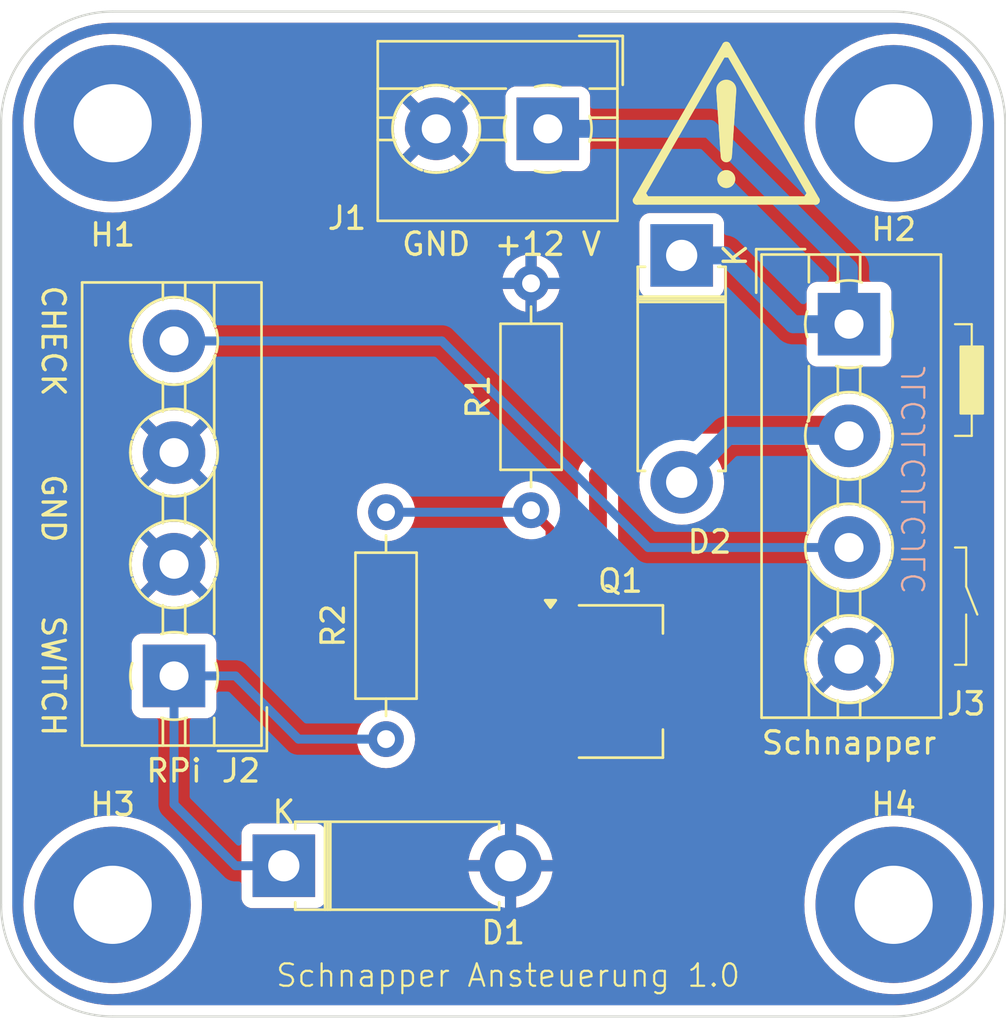
<source format=kicad_pcb>
(kicad_pcb (version 20240108) (generator "pcbnew") (generator_version "8.0")
  (title_block (title "Schnapper Ansteuerung") (date "2024-12-08") (rev "1.0") (company "jdav Freiburg") (comment 1 "Andreas Philipp"))
  (layers (0 "F.Cu" signal) (31 "B.Cu" signal) (34 "B.Paste" user) (35 "F.Paste" user) (36 "B.SilkS" user "B.Silkscreen") (37 "F.SilkS" user "F.Silkscreen") (38 "B.Mask" user) (39 "F.Mask" user) (44 "Edge.Cuts" user))
  (net 0 "")
  (net 1 "GND")
  (net 2 "/SWITCH")
  (net 3 "+12V")
  (net 4 "/BSP_DRAIN")
  (net 5 "/CHECK")
  (net 6 "Net-(Q1-G)")
  (footprint "Resistor_THT:R_Axial_DIN0207_L6.3mm_D2.5mm_P10.16mm_Horizontal" (layer "F.Cu") (at 140.5 101.08 90)
    (property "Reference" "R2" (at 5.08 -2.37 90) (layer "F.SilkS"))
    (property "Value" "100")
    (fp_line (start 8.35 -1.37) (end 1.81 -1.37) (stroke (width 0.12)) (layer "F.SilkS"))
    (fp_line (start 1.81 -1.37) (end 1.81 1.37) (stroke (width 0.12)) (layer "F.SilkS"))
    (fp_line (start 9.12 0) (end 8.35 0) (stroke (width 0.12)) (layer "F.SilkS"))
    (fp_line (start 1.04 0) (end 1.81 0) (stroke (width 0.12)) (layer "F.SilkS"))
    (fp_line (start 8.35 1.37) (end 8.35 -1.37) (stroke (width 0.12)) (layer "F.SilkS"))
    (fp_line (start 1.81 1.37) (end 8.35 1.37) (stroke (width 0.12)) (layer "F.SilkS"))
    (pad "1" thru_hole circle (at 0 0 90) (size 1.6 1.6) (drill 0.8) (layers "*.Cu" "*.Mask") (net 2 "/SWITCH"))
    (pad "2" thru_hole oval (at 10.16 0 90) (size 1.6 1.6) (drill 0.8) (layers "*.Cu" "*.Mask") (net 6 "Net-(Q1-G)"))
  )
  (footprint "MountingHole:MountingHole_3.5mm_Pad" (layer "F.Cu") (at 163.25 108.5)
    (property "Reference" "H4" (at 0 -4.5 0) (layer "F.SilkS"))
    (property "Value" "H4")
    (pad "1" thru_hole circle (at 0 0) (size 7 7) (drill 3.5) (layers "*.Cu" "*.Mask"))
  )
  (footprint "MountingHole:MountingHole_3.5mm_Pad" (layer "F.Cu") (at 128.25 73.5)
    (property "Reference" "H1" (at 0 5 0) (layer "F.SilkS"))
    (property "Value" "H1")
    (pad "1" thru_hole circle (at 0 0) (size 7 7) (drill 3.5) (layers "*.Cu" "*.Mask"))
  )
  (footprint "TerminalBlock:TerminalBlock_MaiXu_MX126-5.0-04P_1x04_P5.00mm" (layer "F.Cu") (at 161.25 82.5 -90)
    (property "Reference" "J3" (at 17 -5.25 360) (layer "F.SilkS"))
    (property "Value" "Schnapper" (at 18.75 0 180) (layer "F.SilkS"))
    (fp_line (start -3.36 4.16) (end -1.41 4.16) (stroke (width 0.12)) (layer "F.SilkS"))
    (fp_line (start -3.12 3.92) (end 17.62 3.92) (stroke (width 0.12)) (layer "F.SilkS"))
    (fp_line (start -3.36 1.97) (end -3.36 4.16) (stroke (width 0.12)) (layer "F.SilkS"))
    (fp_line (start -3.12 1.8) (end -1.88 1.8) (stroke (width 0.12)) (layer "F.SilkS"))
    (fp_line (start 1.88 1.8) (end 4.331 1.8) (stroke (width 0.12)) (layer "F.SilkS"))
    (fp_line (start 5.67 1.8) (end 9.331 1.8) (stroke (width 0.12)) (layer "F.SilkS"))
    (fp_line (start 10.67 1.8) (end 14.331 1.8) (stroke (width 0.12)) (layer "F.SilkS"))
    (fp_line (start 15.67 1.8) (end 17.62 1.8) (stroke (width 0.12)) (layer "F.SilkS"))
    (fp_line (start 3.514 1.248) (end 3.514 1.248) (stroke (width 0.12)) (layer "F.SilkS"))
    (fp_line (start 8.514 1.248) (end 8.514 1.248) (stroke (width 0.12)) (layer "F.SilkS"))
    (fp_line (start 13.514 1.248) (end 13.514 1.248) (stroke (width 0.12)) (layer "F.SilkS"))
    (fp_line (start -3.12 0.5) (end -1.88 0.5) (stroke (width 0.12)) (layer "F.SilkS"))
    (fp_line (start 1.88 0.5) (end 3.165 0.5) (stroke (width 0.12)) (layer "F.SilkS"))
    (fp_line (start 6.836 0.5) (end 8.165 0.5) (stroke (width 0.12)) (layer "F.SilkS"))
    (fp_line (start 11.836 0.5) (end 13.165 0.5) (stroke (width 0.12)) (layer "F.SilkS"))
    (fp_line (start 16.836 0.5) (end 17.62 0.5) (stroke (width 0.12)) (layer "F.SilkS"))
    (fp_line (start -3.12 -0.5) (end -1.88 -0.5) (stroke (width 0.12)) (layer "F.SilkS"))
    (fp_line (start 1.88 -0.5) (end 3.165 -0.5) (stroke (width 0.12)) (layer "F.SilkS"))
    (fp_line (start 6.836 -0.5) (end 8.165 -0.5) (stroke (width 0.12)) (layer "F.SilkS"))
    (fp_line (start 11.836 -0.5) (end 13.165 -0.5) (stroke (width 0.12)) (layer "F.SilkS"))
    (fp_line (start 16.836 -0.5) (end 17.62 -0.5) (stroke (width 0.12)) (layer "F.SilkS"))
    (fp_line (start 6.487 -1.248) (end 6.487 -1.248) (stroke (width 0.12)) (layer "F.SilkS"))
    (fp_line (start 11.487 -1.248) (end 11.487 -1.248) (stroke (width 0.12)) (layer "F.SilkS"))
    (fp_line (start 16.487 -1.248) (end 16.487 -1.248) (stroke (width 0.12)) (layer "F.SilkS"))
    (fp_line (start -3.12 -4.12) (end -3.12 3.92) (stroke (width 0.12)) (layer "F.SilkS"))
    (fp_line (start -3.12 -4.12) (end 17.62 -4.12) (stroke (width 0.12)) (layer "F.SilkS"))
    (fp_line (start 17.62 -4.12) (end 17.62 3.92) (stroke (width 0.12)) (layer "F.SilkS"))
    (fp_arc (start 5.000479 1.960685) (mid 4.744554 1.943974) (end 4.493 1.894) (stroke (width 0.12)) (layer "F.SilkS"))
    (fp_arc (start 10.000479 1.960685) (mid 9.744554 1.943974) (end 9.493 1.894) (stroke (width 0.12)) (layer "F.SilkS"))
    (fp_arc (start 15.000479 1.960685) (mid 14.744554 1.943974) (end 14.493 1.894) (stroke (width 0.12)) (layer "F.SilkS"))
    (fp_arc (start 0.0335 1.960607) (mid -0.273619 1.941709) (end -0.574 1.875) (stroke (width 0.12)) (layer "F.SilkS"))
    (fp_arc (start 5.507285 1.893215) (mid 5.255831 1.943232) (end 5 1.96) (stroke (width 0.12)) (layer "F.SilkS"))
    (fp_arc (start 10.507285 1.893215) (mid 10.255831 1.943232) (end 10 1.96) (stroke (width 0.12)) (layer "F.SilkS"))
    (fp_arc (start 15.507285 1.893215) (mid 15.255831 1.943232) (end 15 1.96) (stroke (width 0.12)) (layer "F.SilkS"))
    (fp_arc (start 0.573049 1.874357) (mid 0.289707 1.938471) (end 0 1.96) (stroke (width 0.12)) (layer "F.SilkS"))
    (fp_arc (start 4.362283 1.853815) (mid 4.266136 1.817899) (end 4.172 1.777) (stroke (width 0.12)) (layer "F.SilkS"))
    (fp_arc (start 9.362283 1.853815) (mid 9.266136 1.817899) (end 9.172 1.777) (stroke (width 0.12)) (layer "F.SilkS"))
    (fp_arc (start 14.362283 1.853815) (mid 14.266136 1.817899) (end 14.172 1.777) (stroke (width 0.12)) (layer "F.SilkS"))
    (fp_arc (start 5.829295 1.77705) (mid 5.735154 1.818015) (end 5.639 1.854) (stroke (width 0.12)) (layer "F.SilkS"))
    (fp_arc (start 10.829295 1.77705) (mid 10.735154 1.818015) (end 10.639 1.854) (stroke (width 0.12)) (layer "F.SilkS"))
    (fp_arc (start 15.829295 1.77705) (mid 15.735154 1.818015) (end 15.639 1.854) (stroke (width 0.12)) (layer "F.SilkS"))
    (fp_arc (start 4.080344 1.730739) (mid 4.005725 1.688977) (end 3.933 1.644) (stroke (width 0.12)) (layer "F.SilkS"))
    (fp_arc (start 9.080344 1.730739) (mid 9.005725 1.688977) (end 8.933 1.644) (stroke (width 0.12)) (layer "F.SilkS"))
    (fp_arc (start 14.080344 1.730739) (mid 14.005725 1.688977) (end 13.933 1.644) (stroke (width 0.12)) (layer "F.SilkS"))
    (fp_arc (start 6.068362 1.644143) (mid 5.995629 1.689179) (end 5.921 1.731) (stroke (width 0.12)) (layer "F.SilkS"))
    (fp_arc (start 11.068362 1.644143) (mid 10.995629 1.689179) (end 10.921 1.731) (stroke (width 0.12)) (layer "F.SilkS"))
    (fp_arc (start 16.068362 1.644143) (mid 15.995629 1.689179) (end 15.921 1.731) (stroke (width 0.12)) (layer "F.SilkS"))
    (fp_arc (start 3.904517 1.625664) (mid 3.834649 1.576332) (end 3.767 1.524) (stroke (width 0.12)) (layer "F.SilkS"))
    (fp_arc (start 8.904517 1.625664) (mid 8.834649 1.576332) (end 8.767 1.524) (stroke (width 0.12)) (layer "F.SilkS"))
    (fp_arc (start 13.904517 1.625664) (mid 13.834649 1.576332) (end 13.767 1.524) (stroke (width 0.12)) (layer "F.SilkS"))
    (fp_arc (start 6.233457 1.523294) (mid 6.165839 1.575648) (end 6.096 1.625) (stroke (width 0.12)) (layer "F.SilkS"))
    (fp_arc (start 11.233457 1.523294) (mid 11.165839 1.575648) (end 11.096 1.625) (stroke (width 0.12)) (layer "F.SilkS"))
    (fp_arc (start 16.233457 1.523294) (mid 16.165839 1.575648) (end 16.096 1.625) (stroke (width 0.12)) (layer "F.SilkS"))
    (fp_arc (start 3.767069 1.523253) (mid 3.701799 1.468024) (end 3.639 1.41) (stroke (width 0.12)) (layer "F.SilkS"))
    (fp_arc (start 8.767069 1.523253) (mid 8.701799 1.468024) (end 8.639 1.41) (stroke (width 0.12)) (layer "F.SilkS"))
    (fp_arc (start 13.767069 1.523253) (mid 13.701799 1.468024) (end 13.639 1.41) (stroke (width 0.12)) (layer "F.SilkS"))
    (fp_arc (start 6.36213 1.410651) (mid 6.299301 1.468722) (end 6.234 1.524) (stroke (width 0.12)) (layer "F.SilkS"))
    (fp_arc (start 11.36213 1.410651) (mid 11.299301 1.468722) (end 11.234 1.524) (stroke (width 0.12)) (layer "F.SilkS"))
    (fp_arc (start 16.36213 1.410651) (mid 16.299301 1.468722) (end 16.234 1.524) (stroke (width 0.12)) (layer "F.SilkS"))
    (fp_arc (start 3.63871 1.41001) (mid 3.578502 1.349289) (end 3.521 1.286) (stroke (width 0.12)) (layer "F.SilkS"))
    (fp_arc (start 8.63871 1.41001) (mid 8.578502 1.349289) (end 8.521 1.286) (stroke (width 0.12)) (layer "F.SilkS"))
    (fp_arc (start 13.63871 1.41001) (mid 13.578502 1.349289) (end 13.521 1.286) (stroke (width 0.12)) (layer "F.SilkS"))
    (fp_arc (start 3.521125 1.286294) (mid 3.477135 1.233898) (end 3.435 1.18) (stroke (width 0.12)) (layer "F.SilkS"))
    (fp_arc (start 8.521125 1.286294) (mid 8.477135 1.233898) (end 8.435 1.18) (stroke (width 0.12)) (layer "F.SilkS"))
    (fp_arc (start 13.521125 1.286294) (mid 13.477135 1.233898) (end 13.435 1.18) (stroke (width 0.12)) (layer "F.SilkS"))
    (fp_arc (start 6.479707 1.285928) (mid 6.422207 1.349248) (end 6.362 1.41) (stroke (width 0.12)) (layer "F.SilkS"))
    (fp_arc (start 11.479707 1.285928) (mid 11.422207 1.349248) (end 11.362 1.41) (stroke (width 0.12)) (layer "F.SilkS"))
    (fp_arc (start 16.479707 1.285928) (mid 16.422207 1.349248) (end 16.362 1.41) (stroke (width 0.12)) (layer "F.SilkS"))
    (fp_arc (start 6.566102 1.179628) (mid 6.523978 1.233565) (end 6.48 1.286) (stroke (width 0.12)) (layer "F.SilkS"))
    (fp_arc (start 11.566102 1.179628) (mid 11.523978 1.233565) (end 11.48 1.286) (stroke (width 0.12)) (layer "F.SilkS"))
    (fp_arc (start 16.566102 1.179628) (mid 16.523978 1.233565) (end 16.48 1.286) (stroke (width 0.12)) (layer "F.SilkS"))
    (fp_arc (start 3.434339 1.179122) (mid 3.039994 -0.00055) (end 3.435 -1.18) (stroke (width 0.12)) (layer "F.SilkS"))
    (fp_arc (start 8.434339 1.179122) (mid 8.039994 -0.00055) (end 8.435 -1.18) (stroke (width 0.12)) (layer "F.SilkS"))
    (fp_arc (start 13.434339 1.179122) (mid 13.039994 -0.00055) (end 13.435 -1.18) (stroke (width 0.12)) (layer "F.SilkS"))
    (fp_arc (start -1.875422 0.572619) (mid -1.960893 -0.000722) (end -1.875 -0.574) (stroke (width 0.12)) (layer "F.SilkS"))
    (fp_arc (start 1.875422 -0.572619) (mid 1.960893 0.000722) (end 1.875 0.574) (stroke (width 0.12)) (layer "F.SilkS"))
    (fp_arc (start 6.565937 -1.180084) (mid 6.960805 -0.000052) (end 6.566 1.18) (stroke (width 0.12)) (layer "F.SilkS"))
    (fp_arc (start 11.565937 -1.180084) (mid 11.960805 -0.000052) (end 11.566 1.18) (stroke (width 0.12)) (layer "F.SilkS"))
    (fp_arc (start 16.565937 -1.180084) (mid 16.960805 -0.000052) (end 16.566 1.18) (stroke (width 0.12)) (layer "F.SilkS"))
    (fp_arc (start 3.434826 -1.180695) (mid 3.476985 -1.2346) (end 3.521 -1.287) (stroke (width 0.12)) (layer "F.SilkS"))
    (fp_arc (start 8.434826 -1.180695) (mid 8.476985 -1.2346) (end 8.521 -1.287) (stroke (width 0.12)) (layer "F.SilkS"))
    (fp_arc (start 13.434826 -1.180695) (mid 13.476985 -1.2346) (end 13.521 -1.287) (stroke (width 0.12)) (layer "F.SilkS"))
    (fp_arc (start 6.479873 -1.286364) (mid 6.523865 -1.233934) (end 6.566 -1.18) (stroke (width 0.12)) (layer "F.SilkS"))
    (fp_arc (start 11.479873 -1.286364) (mid 11.523865 -1.233934) (end 11.566 -1.18) (stroke (width 0.12)) (layer "F.SilkS"))
    (fp_arc (start 16.479873 -1.286364) (mid 16.523865 -1.233934) (end 16.566 -1.18) (stroke (width 0.12)) (layer "F.SilkS"))
    (fp_arc (start 3.521202 -1.287012) (mid 3.578748 -1.350292) (end 3.639 -1.411) (stroke (width 0.12)) (layer "F.SilkS"))
    (fp_arc (start 8.521202 -1.287012) (mid 8.578748 -1.350292) (end 8.639 -1.411) (stroke (width 0.12)) (layer "F.SilkS"))
    (fp_arc (start 13.521202 -1.287012) (mid 13.578748 -1.350292) (end 13.639 -1.411) (stroke (width 0.12)) (layer "F.SilkS"))
    (fp_arc (start 6.362286 -1.410097) (mid 6.422497 -1.349333) (end 6.48 -1.286) (stroke (width 0.12)) (layer "F.SilkS"))
    (fp_arc (start 11.362286 -1.410097) (mid 11.422497 -1.349333) (end 11.48 -1.286) (stroke (width 0.12)) (layer "F.SilkS"))
    (fp_arc (start 16.362286 -1.410097) (mid 16.422497 -1.349333) (end 16.48 -1.286) (stroke (width 0.12)) (layer "F.SilkS"))
    (fp_arc (start 3.638867 -1.410738) (mid 3.701698 -1.468767) (end 3.767 -1.524) (stroke (width 0.12)) (layer "F.SilkS"))
    (fp_arc (start 8.638867 -1.410738) (mid 8.701698 -1.468767) (end 8.767 -1.524) (stroke (width 0.12)) (layer "F.SilkS"))
    (fp_arc (start 13.638867 -1.410738) (mid 13.701698 -1.468767) (end 13.767 -1.524) (stroke (width 0.12)) (layer "F.SilkS"))
    (fp_arc (start 6.233928 -1.523341) (mid 6.2992 -1.468068) (end 6.362 -1.41) (stroke (width 0.12)) (layer "F.SilkS"))
    (fp_arc (start 11.233928 -1.523341) (mid 11.2992 -1.468068) (end 11.362 -1.41) (stroke (width 0.12)) (layer "F.SilkS"))
    (fp_arc (start 16.233928 -1.523341) (mid 16.2992 -1.468068) (end 16.362 -1.41) (stroke (width 0.12)) (layer "F.SilkS"))
    (fp_arc (start 3.767452 -1.524377) (mid 3.835117 -1.576689) (end 3.905 -1.626) (stroke (width 0.12)) (layer "F.SilkS"))
    (fp_arc (start 8.767452 -1.524377) (mid 8.835117 -1.576689) (end 8.905 -1.626) (stroke (width 0.12)) (layer "F.SilkS"))
    (fp_arc (start 13.767452 -1.524377) (mid 13.835117 -1.576689) (end 13.905 -1.626) (stroke (width 0.12)) (layer "F.SilkS"))
    (fp_arc (start 6.096479 -1.625751) (mid 6.166349 -1.576376) (end 6.234 -1.524) (stroke (width 0.12)) (layer "F.SilkS"))
    (fp_arc (start 11.096479 -1.625751) (mid 11.166349 -1.576376) (end 11.234 -1.524) (stroke (width 0.12)) (layer "F.SilkS"))
    (fp_arc (start 16.096479 -1.625751) (mid 16.166349 -1.576376) (end 16.234 -1.524) (stroke (width 0.12)) (layer "F.SilkS"))
    (fp_arc (start 3.93363 -1.644317) (mid 4.00637 -1.689264) (end 4.081 -1.731) (stroke (width 0.12)) (layer "F.SilkS"))
    (fp_arc (start 8.93363 -1.644317) (mid 9.00637 -1.689264) (end 9.081 -1.731) (stroke (width 0.12)) (layer "F.SilkS"))
    (fp_arc (start 13.93363 -1.644317) (mid 14.00637 -1.689264) (end 14.081 -1.731) (stroke (width 0.12)) (layer "F.SilkS"))
    (fp_arc (start 5.920652 -1.730826) (mid 5.995273 -1.68902) (end 6.068 -1.644) (stroke (width 0.12)) (layer "F.SilkS"))
    (fp_arc (start 10.920652 -1.730826) (mid 10.995273 -1.68902) (end 11.068 -1.644) (stroke (width 0.12)) (layer "F.SilkS"))
    (fp_arc (start 15.920652 -1.730826) (mid 15.995273 -1.68902) (end 16.068 -1.644) (stroke (width 0.12)) (layer "F.SilkS"))
    (fp_arc (start 4.172694 -1.777259) (mid 4.266842 -1.818121) (end 4.363 -1.854) (stroke (width 0.12)) (layer "F.SilkS"))
    (fp_arc (start 9.172694 -1.777259) (mid 9.266842 -1.818121) (end 9.363 -1.854) (stroke (width 0.12)) (layer "F.SilkS"))
    (fp_arc (start 14.172694 -1.777259) (mid 14.266842 -1.818121) (end 14.363 -1.854) (stroke (width 0.12)) (layer "F.SilkS"))
    (fp_arc (start 5.638712 -1.85392) (mid 5.734863 -1.817952) (end 5.829 -1.777) (stroke (width 0.12)) (layer "F.SilkS"))
    (fp_arc (start 10.638712 -1.85392) (mid 10.734863 -1.817952) (end 10.829 -1.777) (stroke (width 0.12)) (layer "F.SilkS"))
    (fp_arc (start 15.638712 -1.85392) (mid 15.734863 -1.817952) (end 15.829 -1.777) (stroke (width 0.12)) (layer "F.SilkS"))
    (fp_arc (start -0.572619 -1.875422) (mid 0.000722 -1.960893) (end 0.574 -1.875) (stroke (width 0.12)) (layer "F.SilkS"))
    (fp_arc (start 4.493681 -1.893473) (mid 4.74516 -1.943362) (end 5.001 -1.96) (stroke (width 0.12)) (layer "F.SilkS"))
    (fp_arc (start 9.493681 -1.893473) (mid 9.74516 -1.943362) (end 10.001 -1.96) (stroke (width 0.12)) (layer "F.SilkS"))
    (fp_arc (start 14.493681 -1.893473) (mid 14.74516 -1.943362) (end 15.001 -1.96) (stroke (width 0.12)) (layer "F.SilkS"))
    (fp_arc (start 5.000487 -1.960944) (mid 5.256437 -1.944104) (end 5.508 -1.894) (stroke (width 0.12)) (layer "F.SilkS"))
    (fp_arc (start 10.000487 -1.960944) (mid 10.256437 -1.944104) (end 10.508 -1.894) (stroke (width 0.12)) (layer "F.SilkS"))
    (fp_arc (start 15.000487 -1.960944) (mid 15.256437 -1.944104) (end 15.508 -1.894) (stroke (width 0.12)) (layer "F.SilkS"))
    (pad "1" thru_hole rect (at 0 0 270) (size 2.8 2.8) (drill 1.3) (layers "*.Cu" "*.Mask") (net 3 "+12V"))
    (pad "2" thru_hole circle (at 5 0 270) (size 2.8 2.8) (drill 1.3) (layers "*.Cu" "*.Mask") (net 4 "/BSP_DRAIN"))
    (pad "3" thru_hole circle (at 10 0 270) (size 2.8 2.8) (drill 1.3) (layers "*.Cu" "*.Mask") (net 5 "/CHECK"))
    (pad "4" thru_hole circle (at 15 0 270) (size 2.8 2.8) (drill 1.3) (layers "*.Cu" "*.Mask") (net 1 "GND"))
  )
  (footprint "Resistor_THT:R_Axial_DIN0207_L6.3mm_D2.5mm_P10.16mm_Horizontal" (layer "F.Cu") (at 147 90.83 90)
    (property "Reference" "R1" (at 5.08 -2.37 90) (layer "F.SilkS"))
    (property "Value" "10k")
    (fp_line (start 8.35 -1.37) (end 1.81 -1.37) (stroke (width 0.12)) (layer "F.SilkS"))
    (fp_line (start 1.81 -1.37) (end 1.81 1.37) (stroke (width 0.12)) (layer "F.SilkS"))
    (fp_line (start 9.12 0) (end 8.35 0) (stroke (width 0.12)) (layer "F.SilkS"))
    (fp_line (start 1.04 0) (end 1.81 0) (stroke (width 0.12)) (layer "F.SilkS"))
    (fp_line (start 8.35 1.37) (end 8.35 -1.37) (stroke (width 0.12)) (layer "F.SilkS"))
    (fp_line (start 1.81 1.37) (end 8.35 1.37) (stroke (width 0.12)) (layer "F.SilkS"))
    (pad "1" thru_hole circle (at 0 0 90) (size 1.6 1.6) (drill 0.8) (layers "*.Cu" "*.Mask") (net 6 "Net-(Q1-G)"))
    (pad "2" thru_hole oval (at 10.16 0 90) (size 1.6 1.6) (drill 0.8) (layers "*.Cu" "*.Mask") (net 1 "GND"))
  )
  (footprint "Symbol:Symbol_Attention_Triangle_8x7mm_Copper" (layer "F.Cu") (at 155.75 73.5)
    (property "Reference" "REF**" (hide yes))
    (property "Value" "Symbol_Attention_Triangle_8x7mm_Copper" (hide yes))
    (fp_line (start -4 3.46) (end 0 -3.46) (stroke (width 0.381)) (layer "F.SilkS"))
    (fp_line (start -3.51 3.44) (end -3.776322 3.030736) (stroke (width 0.2)) (layer "F.SilkS"))
    (fp_line (start -0.15 -3.04) (end 0.16 -3.04) (stroke (width 0.2)) (layer "F.SilkS"))
    (fp_line (start 0 -3.46) (end 4 3.46) (stroke (width 0.381)) (layer "F.SilkS"))
    (fp_line (start 3.51 3.44) (end 3.776322 3.030736) (stroke (width 0.2)) (layer "F.SilkS"))
    (fp_line (start 4 3.46) (end -4 3.46) (stroke (width 0.381)) (layer "F.SilkS"))
    (fp_circle (center 0 -1.5) (end 0.45 -1.5) (fill solid) (layer "F.SilkS"))
    (fp_circle (center 0 1.5) (end 0.25 1.5) (fill solid) (layer "F.SilkS"))
    (fp_circle (center 0 2.5) (end 0.4 2.5) (fill solid) (layer "F.SilkS"))
    (fp_circle (center 0 2.5) (end 0.4 2.5) (fill solid) (layer "F.SilkS"))
    (fp_poly (pts (xy -0.25 1.5) (xy 0.25 1.5) (xy 0.45 -1.5) (xy -0.45 -1.5)) (fill solid) (layer "F.SilkS"))
    (fp_poly (pts (xy -0.25 1.5) (xy 0.25 1.5) (xy 0.45 -1.5) (xy -0.45 -1.5)) (fill solid) (layer "F.SilkS"))
  )
  (footprint "MountingHole:MountingHole_3.5mm_Pad" (layer "F.Cu") (at 128.25 108.5)
    (property "Reference" "H3" (at 0 -4.5 0) (layer "F.SilkS"))
    (property "Value" "H3")
    (pad "1" thru_hole circle (at 0 0) (size 7 7) (drill 3.5) (layers "*.Cu" "*.Mask"))
  )
  (footprint "MountingHole:MountingHole_3.5mm_Pad" (layer "F.Cu") (at 163.25 73.5)
    (property "Reference" "H2" (at 0 4.75 0) (layer "F.SilkS"))
    (property "Value" "H2")
    (pad "1" thru_hole circle (at 0 0) (size 7 7) (drill 3.5) (layers "*.Cu" "*.Mask"))
  )
  (footprint "Diode_THT:D_5W_P10.16mm_Horizontal" (layer "F.Cu") (at 153.75 79.42 -90)
    (property "Reference" "D2" (at 12.83 -1.25 180) (layer "F.SilkS"))
    (property "Value" "1N4007")
    (fp_line (start 0.51 1.97) (end 9.65 1.97) (stroke (width 0.12)) (layer "F.SilkS"))
    (fp_line (start 9.65 1.97) (end 9.65 1.64) (stroke (width 0.12)) (layer "F.SilkS"))
    (fp_line (start 0.51 1.64) (end 0.51 1.97) (stroke (width 0.12)) (layer "F.SilkS"))
    (fp_line (start 0.51 -1.64) (end 0.51 -1.97) (stroke (width 0.12)) (layer "F.SilkS"))
    (fp_line (start 0.51 -1.97) (end 9.65 -1.97) (stroke (width 0.12)) (layer "F.SilkS"))
    (fp_line (start 1.845 -1.97) (end 1.845 1.97) (stroke (width 0.12)) (layer "F.SilkS"))
    (fp_line (start 1.965 -1.97) (end 1.965 1.97) (stroke (width 0.12)) (layer "F.SilkS"))
    (fp_line (start 2.085 -1.97) (end 2.085 1.97) (stroke (width 0.12)) (layer "F.SilkS"))
    (fp_line (start 9.65 -1.97) (end 9.65 -1.64) (stroke (width 0.12)) (layer "F.SilkS"))
    (fp_text user "K" (at 0 -2.4 90) (layer "F.SilkS"))
    (pad "1" thru_hole rect (at 0 0 270) (size 2.8 2.8) (drill 1.4) (layers "*.Cu" "*.Mask") (net 3 "+12V"))
    (pad "2" thru_hole oval (at 10.16 0 270) (size 2.8 2.8) (drill 1.4) (layers "*.Cu" "*.Mask") (net 4 "/BSP_DRAIN"))
  )
  (footprint "Diode_THT:D_5W_P10.16mm_Horizontal" (layer "F.Cu") (at 135.92 106.75)
    (property "Reference" "D1" (at 9.83 3 180) (layer "F.SilkS"))
    (property "Value" "3V3")
    (fp_line (start 0.51 -1.97) (end 9.65 -1.97) (stroke (width 0.12)) (layer "F.SilkS"))
    (fp_line (start 0.51 -1.64) (end 0.51 -1.97) (stroke (width 0.12)) (layer "F.SilkS"))
    (fp_line (start 0.51 1.64) (end 0.51 1.97) (stroke (width 0.12)) (layer "F.SilkS"))
    (fp_line (start 0.51 1.97) (end 9.65 1.97) (stroke (width 0.12)) (layer "F.SilkS"))
    (fp_line (start 1.845 -1.97) (end 1.845 1.97) (stroke (width 0.12)) (layer "F.SilkS"))
    (fp_line (start 1.965 -1.97) (end 1.965 1.97) (stroke (width 0.12)) (layer "F.SilkS"))
    (fp_line (start 2.085 -1.97) (end 2.085 1.97) (stroke (width 0.12)) (layer "F.SilkS"))
    (fp_line (start 9.65 -1.97) (end 9.65 -1.64) (stroke (width 0.12)) (layer "F.SilkS"))
    (fp_line (start 9.65 1.97) (end 9.65 1.64) (stroke (width 0.12)) (layer "F.SilkS"))
    (fp_text user "K" (at 0 -2.4 360) (layer "F.SilkS"))
    (pad "1" thru_hole rect (at 0 0) (size 2.8 2.8) (drill 1.4) (layers "*.Cu" "*.Mask") (net 2 "/SWITCH"))
    (pad "2" thru_hole oval (at 10.16 0) (size 2.8 2.8) (drill 1.4) (layers "*.Cu" "*.Mask") (net 1 "GND"))
  )
  (footprint "Package_TO_SOT_SMD:SOT-223" (layer "F.Cu") (at 151 98.5)
    (property "Reference" "Q1" (at 0 -4.5 0) (layer "F.SilkS"))
    (property "Value" "BSP76")
    (fp_line (start -1.85 -3.41) (end 1.91 -3.41) (stroke (width 0.12)) (layer "F.SilkS"))
    (fp_line (start -1.85 3.41) (end 1.91 3.41) (stroke (width 0.12)) (layer "F.SilkS"))
    (fp_line (start 1.91 -3.41) (end 1.91 -2.15) (stroke (width 0.12)) (layer "F.SilkS"))
    (fp_line (start 1.91 3.41) (end 1.91 2.15) (stroke (width 0.12)) (layer "F.SilkS"))
    (fp_poly (pts (xy -3.13 -3.31) (xy -3.37 -3.64) (xy -2.89 -3.64) (xy -3.13 -3.31)) (stroke (width 0.12)) (fill solid) (layer "F.SilkS"))
    (pad "1" smd roundrect (at -3.15 -2.3) (size 2 1.5) (layers "F.Cu" "F.Paste" "F.Mask") (net 6 "Net-(Q1-G)"))
    (pad "2" smd roundrect (at -3.15 0) (size 2 1.5) (layers "F.Cu" "F.Paste" "F.Mask") (net 4 "/BSP_DRAIN"))
    (pad "3" smd roundrect (at -3.15 2.3) (size 2 1.5) (layers "F.Cu" "F.Paste" "F.Mask") (net 1 "GND"))
    (pad "4" smd roundrect (at 3.15 0) (size 2 3.8) (layers "F.Cu" "F.Paste" "F.Mask") (net 1 "GND"))
  )
  (footprint "TerminalBlock:TerminalBlock_MaiXu_MX126-5.0-02P_1x02_P5.00mm" (layer "F.Cu") (at 147.75 73.75 180)
    (property "Reference" "J1" (at 9 -4 360) (layer "F.SilkS"))
    (property "Value" "SUPPLY")
    (fp_line (start 7.62 -4.12) (end 7.62 3.92) (stroke (width 0.12)) (layer "F.SilkS"))
    (fp_line (start 6.836 0.5) (end 7.62 0.5) (stroke (width 0.12)) (layer "F.SilkS"))
    (fp_line (start 6.836 -0.5) (end 7.62 -0.5) (stroke (width 0.12)) (layer "F.SilkS"))
    (fp_line (start 6.487 -1.248) (end 6.487 -1.248) (stroke (width 0.12)) (layer "F.SilkS"))
    (fp_line (start 5.67 1.8) (end 7.62 1.8) (stroke (width 0.12)) (layer "F.SilkS"))
    (fp_line (start 3.514 1.248) (end 3.514 1.248) (stroke (width 0.12)) (layer "F.SilkS"))
    (fp_line (start 1.88 1.8) (end 4.331 1.8) (stroke (width 0.12)) (layer "F.SilkS"))
    (fp_line (start 1.88 0.5) (end 3.165 0.5) (stroke (width 0.12)) (layer "F.SilkS"))
    (fp_line (start 1.88 -0.5) (end 3.165 -0.5) (stroke (width 0.12)) (layer "F.SilkS"))
    (fp_line (start -3.12 3.92) (end 7.62 3.92) (stroke (width 0.12)) (layer "F.SilkS"))
    (fp_line (start -3.12 1.8) (end -1.88 1.8) (stroke (width 0.12)) (layer "F.SilkS"))
    (fp_line (start -3.12 0.5) (end -1.88 0.5) (stroke (width 0.12)) (layer "F.SilkS"))
    (fp_line (start -3.12 -0.5) (end -1.88 -0.5) (stroke (width 0.12)) (layer "F.SilkS"))
    (fp_line (start -3.12 -4.12) (end 7.62 -4.12) (stroke (width 0.12)) (layer "F.SilkS"))
    (fp_line (start -3.12 -4.12) (end -3.12 3.92) (stroke (width 0.12)) (layer "F.SilkS"))
    (fp_line (start -3.36 4.16) (end -1.41 4.16) (stroke (width 0.12)) (layer "F.SilkS"))
    (fp_line (start -3.36 1.97) (end -3.36 4.16) (stroke (width 0.12)) (layer "F.SilkS"))
    (fp_arc (start 6.566102 1.179628) (mid 6.523978 1.233565) (end 6.48 1.286) (stroke (width 0.12)) (layer "F.SilkS"))
    (fp_arc (start 6.565937 -1.180084) (mid 6.960805 -0.000052) (end 6.566 1.18) (stroke (width 0.12)) (layer "F.SilkS"))
    (fp_arc (start 6.479873 -1.286364) (mid 6.523865 -1.233934) (end 6.566 -1.18) (stroke (width 0.12)) (layer "F.SilkS"))
    (fp_arc (start 6.479707 1.285928) (mid 6.422207 1.349248) (end 6.362 1.41) (stroke (width 0.12)) (layer "F.SilkS"))
    (fp_arc (start 6.362286 -1.410097) (mid 6.422497 -1.349333) (end 6.48 -1.286) (stroke (width 0.12)) (layer "F.SilkS"))
    (fp_arc (start 6.36213 1.410651) (mid 6.299301 1.468722) (end 6.234 1.524) (stroke (width 0.12)) (layer "F.SilkS"))
    (fp_arc (start 6.233928 -1.523341) (mid 6.2992 -1.468068) (end 6.362 -1.41) (stroke (width 0.12)) (layer "F.SilkS"))
    (fp_arc (start 6.233457 1.523294) (mid 6.165839 1.575648) (end 6.096 1.625) (stroke (width 0.12)) (layer "F.SilkS"))
    (fp_arc (start 6.096479 -1.625751) (mid 6.166349 -1.576376) (end 6.234 -1.524) (stroke (width 0.12)) (layer "F.SilkS"))
    (fp_arc (start 6.068362 1.644143) (mid 5.995629 1.689179) (end 5.921 1.731) (stroke (width 0.12)) (layer "F.SilkS"))
    (fp_arc (start 5.920652 -1.730826) (mid 5.995273 -1.68902) (end 6.068 -1.644) (stroke (width 0.12)) (layer "F.SilkS"))
    (fp_arc (start 5.829295 1.77705) (mid 5.735154 1.818015) (end 5.639 1.854) (stroke (width 0.12)) (layer "F.SilkS"))
    (fp_arc (start 5.638712 -1.85392) (mid 5.734863 -1.817952) (end 5.829 -1.777) (stroke (width 0.12)) (layer "F.SilkS"))
    (fp_arc (start 5.507285 1.893215) (mid 5.255831 1.943232) (end 5 1.96) (stroke (width 0.12)) (layer "F.SilkS"))
    (fp_arc (start 5.000487 -1.960944) (mid 5.256437 -1.944104) (end 5.508 -1.894) (stroke (width 0.12)) (layer "F.SilkS"))
    (fp_arc (start 5.000479 1.960685) (mid 4.744554 1.943974) (end 4.493 1.894) (stroke (width 0.12)) (layer "F.SilkS"))
    (fp_arc (start 4.493681 -1.893473) (mid 4.74516 -1.943362) (end 5.001 -1.96) (stroke (width 0.12)) (layer "F.SilkS"))
    (fp_arc (start 4.362283 1.853815) (mid 4.266136 1.817899) (end 4.172 1.777) (stroke (width 0.12)) (layer "F.SilkS"))
    (fp_arc (start 4.172694 -1.777259) (mid 4.266842 -1.818121) (end 4.363 -1.854) (stroke (width 0.12)) (layer "F.SilkS"))
    (fp_arc (start 4.080344 1.730739) (mid 4.005725 1.688977) (end 3.933 1.644) (stroke (width 0.12)) (layer "F.SilkS"))
    (fp_arc (start 3.93363 -1.644317) (mid 4.00637 -1.689264) (end 4.081 -1.731) (stroke (width 0.12)) (layer "F.SilkS"))
    (fp_arc (start 3.904517 1.625664) (mid 3.834649 1.576332) (end 3.767 1.524) (stroke (width 0.12)) (layer "F.SilkS"))
    (fp_arc (start 3.767452 -1.524377) (mid 3.835117 -1.576689) (end 3.905 -1.626) (stroke (width 0.12)) (layer "F.SilkS"))
    (fp_arc (start 3.767069 1.523253) (mid 3.701799 1.468024) (end 3.639 1.41) (stroke (width 0.12)) (layer "F.SilkS"))
    (fp_arc (start 3.638867 -1.410738) (mid 3.701698 -1.468767) (end 3.767 -1.524) (stroke (width 0.12)) (layer "F.SilkS"))
    (fp_arc (start 3.63871 1.41001) (mid 3.578502 1.349289) (end 3.521 1.286) (stroke (width 0.12)) (layer "F.SilkS"))
    (fp_arc (start 3.521202 -1.287012) (mid 3.578748 -1.350292) (end 3.639 -1.411) (stroke (width 0.12)) (layer "F.SilkS"))
    (fp_arc (start 3.521125 1.286294) (mid 3.477135 1.233898) (end 3.435 1.18) (stroke (width 0.12)) (layer "F.SilkS"))
    (fp_arc (start 3.434826 -1.180695) (mid 3.476985 -1.2346) (end 3.521 -1.287) (stroke (width 0.12)) (layer "F.SilkS"))
    (fp_arc (start 3.434339 1.179122) (mid 3.039994 -0.00055) (end 3.435 -1.18) (stroke (width 0.12)) (layer "F.SilkS"))
    (fp_arc (start 1.875422 -0.572619) (mid 1.960893 0.000722) (end 1.875 0.574) (stroke (width 0.12)) (layer "F.SilkS"))
    (fp_arc (start 0.573049 1.874357) (mid 0.289707 1.938471) (end 0 1.96) (stroke (width 0.12)) (layer "F.SilkS"))
    (fp_arc (start 0.0335 1.960607) (mid -0.273619 1.941709) (end -0.574 1.875) (stroke (width 0.12)) (layer "F.SilkS"))
    (fp_arc (start -0.572619 -1.875422) (mid 0.000722 -1.960893) (end 0.574 -1.875) (stroke (width 0.12)) (layer "F.SilkS"))
    (fp_arc (start -1.875422 0.572619) (mid -1.960893 -0.000722) (end -1.875 -0.574) (stroke (width 0.12)) (layer "F.SilkS"))
    (pad "1" thru_hole rect (at 0 0 180) (size 2.8 2.8) (drill 1.3) (layers "*.Cu" "*.Mask") (net 3 "+12V"))
    (pad "2" thru_hole circle (at 5 0 180) (size 2.8 2.8) (drill 1.3) (layers "*.Cu" "*.Mask") (net 1 "GND"))
  )
  (footprint "TerminalBlock:TerminalBlock_MaiXu_MX126-5.0-04P_1x04_P5.00mm" (layer "F.Cu") (at 131 98.25 90)
    (property "Reference" "J2" (at -4.25 3 180) (layer "F.SilkS"))
    (property "Value" "RPi" (at -4.25 0 180) (layer "F.SilkS"))
    (fp_line (start 17.62 -4.12) (end 17.62 3.92) (stroke (width 0.12)) (layer "F.SilkS"))
    (fp_line (start -3.12 -4.12) (end 17.62 -4.12) (stroke (width 0.12)) (layer "F.SilkS"))
    (fp_line (start -3.12 -4.12) (end -3.12 3.92) (stroke (width 0.12)) (layer "F.SilkS"))
    (fp_line (start 16.487 -1.248) (end 16.487 -1.248) (stroke (width 0.12)) (layer "F.SilkS"))
    (fp_line (start 11.487 -1.248) (end 11.487 -1.248) (stroke (width 0.12)) (layer "F.SilkS"))
    (fp_line (start 6.487 -1.248) (end 6.487 -1.248) (stroke (width 0.12)) (layer "F.SilkS"))
    (fp_line (start 16.836 -0.5) (end 17.62 -0.5) (stroke (width 0.12)) (layer "F.SilkS"))
    (fp_line (start 11.836 -0.5) (end 13.165 -0.5) (stroke (width 0.12)) (layer "F.SilkS"))
    (fp_line (start 6.836 -0.5) (end 8.165 -0.5) (stroke (width 0.12)) (layer "F.SilkS"))
    (fp_line (start 1.88 -0.5) (end 3.165 -0.5) (stroke (width 0.12)) (layer "F.SilkS"))
    (fp_line (start -3.12 -0.5) (end -1.88 -0.5) (stroke (width 0.12)) (layer "F.SilkS"))
    (fp_line (start 16.836 0.5) (end 17.62 0.5) (stroke (width 0.12)) (layer "F.SilkS"))
    (fp_line (start 11.836 0.5) (end 13.165 0.5) (stroke (width 0.12)) (layer "F.SilkS"))
    (fp_line (start 6.836 0.5) (end 8.165 0.5) (stroke (width 0.12)) (layer "F.SilkS"))
    (fp_line (start 1.88 0.5) (end 3.165 0.5) (stroke (width 0.12)) (layer "F.SilkS"))
    (fp_line (start -3.12 0.5) (end -1.88 0.5) (stroke (width 0.12)) (layer "F.SilkS"))
    (fp_line (start 13.514 1.248) (end 13.514 1.248) (stroke (width 0.12)) (layer "F.SilkS"))
    (fp_line (start 8.514 1.248) (end 8.514 1.248) (stroke (width 0.12)) (layer "F.SilkS"))
    (fp_line (start 3.514 1.248) (end 3.514 1.248) (stroke (width 0.12)) (layer "F.SilkS"))
    (fp_line (start 15.67 1.8) (end 17.62 1.8) (stroke (width 0.12)) (layer "F.SilkS"))
    (fp_line (start 10.67 1.8) (end 14.331 1.8) (stroke (width 0.12)) (layer "F.SilkS"))
    (fp_line (start 5.67 1.8) (end 9.331 1.8) (stroke (width 0.12)) (layer "F.SilkS"))
    (fp_line (start 1.88 1.8) (end 4.331 1.8) (stroke (width 0.12)) (layer "F.SilkS"))
    (fp_line (start -3.12 1.8) (end -1.88 1.8) (stroke (width 0.12)) (layer "F.SilkS"))
    (fp_line (start -3.36 1.97) (end -3.36 4.16) (stroke (width 0.12)) (layer "F.SilkS"))
    (fp_line (start -3.12 3.92) (end 17.62 3.92) (stroke (width 0.12)) (layer "F.SilkS"))
    (fp_line (start -3.36 4.16) (end -1.41 4.16) (stroke (width 0.12)) (layer "F.SilkS"))
    (fp_arc (start 15.000487 -1.960944) (mid 15.256437 -1.944104) (end 15.508 -1.894) (stroke (width 0.12)) (layer "F.SilkS"))
    (fp_arc (start 10.000487 -1.960944) (mid 10.256437 -1.944104) (end 10.508 -1.894) (stroke (width 0.12)) (layer "F.SilkS"))
    (fp_arc (start 5.000487 -1.960944) (mid 5.256437 -1.944104) (end 5.508 -1.894) (stroke (width 0.12)) (layer "F.SilkS"))
    (fp_arc (start 14.493681 -1.893473) (mid 14.74516 -1.943362) (end 15.001 -1.96) (stroke (width 0.12)) (layer "F.SilkS"))
    (fp_arc (start 9.493681 -1.893473) (mid 9.74516 -1.943362) (end 10.001 -1.96) (stroke (width 0.12)) (layer "F.SilkS"))
    (fp_arc (start 4.493681 -1.893473) (mid 4.74516 -1.943362) (end 5.001 -1.96) (stroke (width 0.12)) (layer "F.SilkS"))
    (fp_arc (start -0.572619 -1.875422) (mid 0.000722 -1.960893) (end 0.574 -1.875) (stroke (width 0.12)) (layer "F.SilkS"))
    (fp_arc (start 15.638712 -1.85392) (mid 15.734863 -1.817952) (end 15.829 -1.777) (stroke (width 0.12)) (layer "F.SilkS"))
    (fp_arc (start 10.638712 -1.85392) (mid 10.734863 -1.817952) (end 10.829 -1.777) (stroke (width 0.12)) (layer "F.SilkS"))
    (fp_arc (start 5.638712 -1.85392) (mid 5.734863 -1.817952) (end 5.829 -1.777) (stroke (width 0.12)) (layer "F.SilkS"))
    (fp_arc (start 14.172694 -1.777259) (mid 14.266842 -1.818121) (end 14.363 -1.854) (stroke (width 0.12)) (layer "F.SilkS"))
    (fp_arc (start 9.172694 -1.777259) (mid 9.266842 -1.818121) (end 9.363 -1.854) (stroke (width 0.12)) (layer "F.SilkS"))
    (fp_arc (start 4.172694 -1.777259) (mid 4.266842 -1.818121) (end 4.363 -1.854) (stroke (width 0.12)) (layer "F.SilkS"))
    (fp_arc (start 15.920652 -1.730826) (mid 15.995273 -1.68902) (end 16.068 -1.644) (stroke (width 0.12)) (layer "F.SilkS"))
    (fp_arc (start 10.920652 -1.730826) (mid 10.995273 -1.68902) (end 11.068 -1.644) (stroke (width 0.12)) (layer "F.SilkS"))
    (fp_arc (start 5.920652 -1.730826) (mid 5.995273 -1.68902) (end 6.068 -1.644) (stroke (width 0.12)) (layer "F.SilkS"))
    (fp_arc (start 13.93363 -1.644317) (mid 14.00637 -1.689264) (end 14.081 -1.731) (stroke (width 0.12)) (layer "F.SilkS"))
    (fp_arc (start 8.93363 -1.644317) (mid 9.00637 -1.689264) (end 9.081 -1.731) (stroke (width 0.12)) (layer "F.SilkS"))
    (fp_arc (start 3.93363 -1.644317) (mid 4.00637 -1.689264) (end 4.081 -1.731) (stroke (width 0.12)) (layer "F.SilkS"))
    (fp_arc (start 16.096479 -1.625751) (mid 16.166349 -1.576376) (end 16.234 -1.524) (stroke (width 0.12)) (layer "F.SilkS"))
    (fp_arc (start 11.096479 -1.625751) (mid 11.166349 -1.576376) (end 11.234 -1.524) (stroke (width 0.12)) (layer "F.SilkS"))
    (fp_arc (start 6.096479 -1.625751) (mid 6.166349 -1.576376) (end 6.234 -1.524) (stroke (width 0.12)) (layer "F.SilkS"))
    (fp_arc (start 13.767452 -1.524377) (mid 13.835117 -1.576689) (end 13.905 -1.626) (stroke (width 0.12)) (layer "F.SilkS"))
    (fp_arc (start 8.767452 -1.524377) (mid 8.835117 -1.576689) (end 8.905 -1.626) (stroke (width 0.12)) (layer "F.SilkS"))
    (fp_arc (start 3.767452 -1.524377) (mid 3.835117 -1.576689) (end 3.905 -1.626) (stroke (width 0.12)) (layer "F.SilkS"))
    (fp_arc (start 16.233928 -1.523341) (mid 16.2992 -1.468068) (end 16.362 -1.41) (stroke (width 0.12)) (layer "F.SilkS"))
    (fp_arc (start 11.233928 -1.523341) (mid 11.2992 -1.468068) (end 11.362 -1.41) (stroke (width 0.12)) (layer "F.SilkS"))
    (fp_arc (start 6.233928 -1.523341) (mid 6.2992 -1.468068) (end 6.362 -1.41) (stroke (width 0.12)) (layer "F.SilkS"))
    (fp_arc (start 13.638867 -1.410738) (mid 13.701698 -1.468767) (end 13.767 -1.524) (stroke (width 0.12)) (layer "F.SilkS"))
    (fp_arc (start 8.638867 -1.410738) (mid 8.701698 -1.468767) (end 8.767 -1.524) (stroke (width 0.12)) (layer "F.SilkS"))
    (fp_arc (start 3.638867 -1.410738) (mid 3.701698 -1.468767) (end 3.767 -1.524) (stroke (width 0.12)) (layer "F.SilkS"))
    (fp_arc (start 16.362286 -1.410097) (mid 16.422497 -1.349333) (end 16.48 -1.286) (stroke (width 0.12)) (layer "F.SilkS"))
    (fp_arc (start 11.362286 -1.410097) (mid 11.422497 -1.349333) (end 11.48 -1.286) (stroke (width 0.12)) (layer "F.SilkS"))
    (fp_arc (start 6.362286 -1.410097) (mid 6.422497 -1.349333) (end 6.48 -1.286) (stroke (width 0.12)) (layer "F.SilkS"))
    (fp_arc (start 13.521202 -1.287012) (mid 13.578748 -1.350292) (end 13.639 -1.411) (stroke (width 0.12)) (layer "F.SilkS"))
    (fp_arc (start 8.521202 -1.287012) (mid 8.578748 -1.350292) (end 8.639 -1.411) (stroke (width 0.12)) (layer "F.SilkS"))
    (fp_arc (start 3.521202 -1.287012) (mid 3.578748 -1.350292) (end 3.639 -1.411) (stroke (width 0.12)) (layer "F.SilkS"))
    (fp_arc (start 16.479873 -1.286364) (mid 16.523865 -1.233934) (end 16.566 -1.18) (stroke (width 0.12)) (layer "F.SilkS"))
    (fp_arc (start 11.479873 -1.286364) (mid 11.523865 -1.233934) (end 11.566 -1.18) (stroke (width 0.12)) (layer "F.SilkS"))
    (fp_arc (start 6.479873 -1.286364) (mid 6.523865 -1.233934) (end 6.566 -1.18) (stroke (width 0.12)) (layer "F.SilkS"))
    (fp_arc (start 13.434826 -1.180695) (mid 13.476985 -1.2346) (end 13.521 -1.287) (stroke (width 0.12)) (layer "F.SilkS"))
    (fp_arc (start 8.434826 -1.180695) (mid 8.476985 -1.2346) (end 8.521 -1.287) (stroke (width 0.12)) (layer "F.SilkS"))
    (fp_arc (start 3.434826 -1.180695) (mid 3.476985 -1.2346) (end 3.521 -1.287) (stroke (width 0.12)) (layer "F.SilkS"))
    (fp_arc (start 16.565937 -1.180084) (mid 16.960805 -0.000052) (end 16.566 1.18) (stroke (width 0.12)) (layer "F.SilkS"))
    (fp_arc (start 11.565937 -1.180084) (mid 11.960805 -0.000052) (end 11.566 1.18) (stroke (width 0.12)) (layer "F.SilkS"))
    (fp_arc (start 6.565937 -1.180084) (mid 6.960805 -0.000052) (end 6.566 1.18) (stroke (width 0.12)) (layer "F.SilkS"))
    (fp_arc (start 1.875422 -0.572619) (mid 1.960893 0.000722) (end 1.875 0.574) (stroke (width 0.12)) (layer "F.SilkS"))
    (fp_arc (start -1.875422 0.572619) (mid -1.960893 -0.000722) (end -1.875 -0.574) (stroke (width 0.12)) (layer "F.SilkS"))
    (fp_arc (start 13.434339 1.179122) (mid 13.039994 -0.00055) (end 13.435 -1.18) (stroke (width 0.12)) (layer "F.SilkS"))
    (fp_arc (start 8.434339 1.179122) (mid 8.039994 -0.00055) (end 8.435 -1.18) (stroke (width 0.12)) (layer "F.SilkS"))
    (fp_arc (start 3.434339 1.179122) (mid 3.039994 -0.00055) (end 3.435 -1.18) (stroke (width 0.12)) (layer "F.SilkS"))
    (fp_arc (start 16.566102 1.179628) (mid 16.523978 1.233565) (end 16.48 1.286) (stroke (width 0.12)) (layer "F.SilkS"))
    (fp_arc (start 11.566102 1.179628) (mid 11.523978 1.233565) (end 11.48 1.286) (stroke (width 0.12)) (layer "F.SilkS"))
    (fp_arc (start 6.566102 1.179628) (mid 6.523978 1.233565) (end 6.48 1.286) (stroke (width 0.12)) (layer "F.SilkS"))
    (fp_arc (start 16.479707 1.285928) (mid 16.422207 1.349248) (end 16.362 1.41) (stroke (width 0.12)) (layer "F.SilkS"))
    (fp_arc (start 11.479707 1.285928) (mid 11.422207 1.349248) (end 11.362 1.41) (stroke (width 0.12)) (layer "F.SilkS"))
    (fp_arc (start 6.479707 1.285928) (mid 6.422207 1.349248) (end 6.362 1.41) (stroke (width 0.12)) (layer "F.SilkS"))
    (fp_arc (start 13.521125 1.286294) (mid 13.477135 1.233898) (end 13.435 1.18) (stroke (width 0.12)) (layer "F.SilkS"))
    (fp_arc (start 8.521125 1.286294) (mid 8.477135 1.233898) (end 8.435 1.18) (stroke (width 0.12)) (layer "F.SilkS"))
    (fp_arc (start 3.521125 1.286294) (mid 3.477135 1.233898) (end 3.435 1.18) (stroke (width 0.12)) (layer "F.SilkS"))
    (fp_arc (start 13.63871 1.41001) (mid 13.578502 1.349289) (end 13.521 1.286) (stroke (width 0.12)) (layer "F.SilkS"))
    (fp_arc (start 8.63871 1.41001) (mid 8.578502 1.349289) (end 8.521 1.286) (stroke (width 0.12)) (layer "F.SilkS"))
    (fp_arc (start 3.63871 1.41001) (mid 3.578502 1.349289) (end 3.521 1.286) (stroke (width 0.12)) (layer "F.SilkS"))
    (fp_arc (start 16.36213 1.410651) (mid 16.299301 1.468722) (end 16.234 1.524) (stroke (width 0.12)) (layer "F.SilkS"))
    (fp_arc (start 11.36213 1.410651) (mid 11.299301 1.468722) (end 11.234 1.524) (stroke (width 0.12)) (layer "F.SilkS"))
    (fp_arc (start 6.36213 1.410651) (mid 6.299301 1.468722) (end 6.234 1.524) (stroke (width 0.12)) (layer "F.SilkS"))
    (fp_arc (start 13.767069 1.523253) (mid 13.701799 1.468024) (end 13.639 1.41) (stroke (width 0.12)) (layer "F.SilkS"))
    (fp_arc (start 8.767069 1.523253) (mid 8.701799 1.468024) (end 8.639 1.41) (stroke (width 0.12)) (layer "F.SilkS"))
    (fp_arc (start 3.767069 1.523253) (mid 3.701799 1.468024) (end 3.639 1.41) (stroke (width 0.12)) (layer "F.SilkS"))
    (fp_arc (start 16.233457 1.523294) (mid 16.165839 1.575648) (end 16.096 1.625) (stroke (width 0.12)) (layer "F.SilkS"))
    (fp_arc (start 11.233457 1.523294) (mid 11.165839 1.575648) (end 11.096 1.625) (stroke (width 0.12)) (layer "F.SilkS"))
    (fp_arc (start 6.233457 1.523294) (mid 6.165839 1.575648) (end 6.096 1.625) (stroke (width 0.12)) (layer "F.SilkS"))
    (fp_arc (start 13.904517 1.625664) (mid 13.834649 1.576332) (end 13.767 1.524) (stroke (width 0.12)) (layer "F.SilkS"))
    (fp_arc (start 8.904517 1.625664) (mid 8.834649 1.576332) (end 8.767 1.524) (stroke (width 0.12)) (layer "F.SilkS"))
    (fp_arc (start 3.904517 1.625664) (mid 3.834649 1.576332) (end 3.767 1.524) (stroke (width 0.12)) (layer "F.SilkS"))
    (fp_arc (start 16.068362 1.644143) (mid 15.995629 1.689179) (end 15.921 1.731) (stroke (width 0.12)) (layer "F.SilkS"))
    (fp_arc (start 11.068362 1.644143) (mid 10.995629 1.689179) (end 10.921 1.731) (stroke (width 0.12)) (layer "F.SilkS"))
    (fp_arc (start 6.068362 1.644143) (mid 5.995629 1.689179) (end 5.921 1.731) (stroke (width 0.12)) (layer "F.SilkS"))
    (fp_arc (start 14.080344 1.730739) (mid 14.005725 1.688977) (end 13.933 1.644) (stroke (width 0.12)) (layer "F.SilkS"))
    (fp_arc (start 9.080344 1.730739) (mid 9.005725 1.688977) (end 8.933 1.644) (stroke (width 0.12)) (layer "F.SilkS"))
    (fp_arc (start 4.080344 1.730739) (mid 4.005725 1.688977) (end 3.933 1.644) (stroke (width 0.12)) (layer "F.SilkS"))
    (fp_arc (start 15.829295 1.77705) (mid 15.735154 1.818015) (end 15.639 1.854) (stroke (width 0.12)) (layer "F.SilkS"))
    (fp_arc (start 10.829295 1.77705) (mid 10.735154 1.818015) (end 10.639 1.854) (stroke (width 0.12)) (layer "F.SilkS"))
    (fp_arc (start 5.829295 1.77705) (mid 5.735154 1.818015) (end 5.639 1.854) (stroke (width 0.12)) (layer "F.SilkS"))
    (fp_arc (start 14.362283 1.853815) (mid 14.266136 1.817899) (end 14.172 1.777) (stroke (width 0.12)) (layer "F.SilkS"))
    (fp_arc (start 9.362283 1.853815) (mid 9.266136 1.817899) (end 9.172 1.777) (stroke (width 0.12)) (layer "F.SilkS"))
    (fp_arc (start 4.362283 1.853815) (mid 4.266136 1.817899) (end 4.172 1.777) (stroke (width 0.12)) (layer "F.SilkS"))
    (fp_arc (start 0.573049 1.874357) (mid 0.289707 1.938471) (end 0 1.96) (stroke (width 0.12)) (layer "F.SilkS"))
    (fp_arc (start 15.507285 1.893215) (mid 15.255831 1.943232) (end 15 1.96) (stroke (width 0.12)) (layer "F.SilkS"))
    (fp_arc (start 10.507285 1.893215) (mid 10.255831 1.943232) (end 10 1.96) (stroke (width 0.12)) (layer "F.SilkS"))
    (fp_arc (start 5.507285 1.893215) (mid 5.255831 1.943232) (end 5 1.96) (stroke (width 0.12)) (layer "F.SilkS"))
    (fp_arc (start 0.0335 1.960607) (mid -0.273619 1.941709) (end -0.574 1.875) (stroke (width 0.12)) (layer "F.SilkS"))
    (fp_arc (start 15.000479 1.960685) (mid 14.744554 1.943974) (end 14.493 1.894) (stroke (width 0.12)) (layer "F.SilkS"))
    (fp_arc (start 10.000479 1.960685) (mid 9.744554 1.943974) (end 9.493 1.894) (stroke (width 0.12)) (layer "F.SilkS"))
    (fp_arc (start 5.000479 1.960685) (mid 4.744554 1.943974) (end 4.493 1.894) (stroke (width 0.12)) (layer "F.SilkS"))
    (pad "1" thru_hole rect (at 0 0 90) (size 2.8 2.8) (drill 1.3) (layers "*.Cu" "*.Mask") (net 2 "/SWITCH"))
    (pad "2" thru_hole circle (at 5 0 90) (size 2.8 2.8) (drill 1.3) (layers "*.Cu" "*.Mask") (net 1 "GND"))
    (pad "3" thru_hole circle (at 10 0 90) (size 2.8 2.8) (drill 1.3) (layers "*.Cu" "*.Mask") (net 1 "GND"))
    (pad "4" thru_hole circle (at 15 0 90) (size 2.8 2.8) (drill 1.3) (layers "*.Cu" "*.Mask") (net 5 "/CHECK"))
  )
  (gr_line (start 166.5 97.75) (end 166.5 95.5) (stroke (width 0.1)) (layer "F.SilkS"))
  (gr_line (start 166 82.5) (end 166.75 82.5) (stroke (width 0.1)) (layer "F.SilkS"))
  (gr_line (start 166.5 94.25) (end 167 95.5) (stroke (width 0.1)) (layer "F.SilkS"))
  (gr_rect (start 166.25 83.5) (end 167.25 86.5) (stroke (width 0.1)) (fill solid) (layer "F.SilkS"))
  (gr_line (start 166.5 92.5) (end 166.5 94.25) (stroke (width 0.1)) (layer "F.SilkS"))
  (gr_line (start 166.75 87.5) (end 166.75 84.5) (stroke (width 0.1)) (layer "F.SilkS"))
  (gr_line (start 166.75 82.5) (end 166.75 84.5) (stroke (width 0.1)) (layer "F.SilkS"))
  (gr_line (start 166 97.75) (end 166.5 97.75) (stroke (width 0.1)) (layer "F.SilkS"))
  (gr_line (start 166 87.5) (end 166.75 87.5) (stroke (width 0.1)) (layer "F.SilkS"))
  (gr_line (start 166 92.5) (end 166.5 92.5) (stroke (width 0.1)) (layer "F.SilkS"))
  (gr_arc (start 163.25 68.5) (mid 166.785534 69.964466) (end 168.25 73.5) (stroke (width 0.1)) (layer "Edge.Cuts"))
  (gr_line (start 123.25 73.5) (end 123.25 108.5) (stroke (width 0.1)) (layer "Edge.Cuts"))
  (gr_line (start 128.25 113.5) (end 163.25 113.5) (stroke (width 0.1)) (layer "Edge.Cuts"))
  (gr_arc (start 128.25 113.5) (mid 124.714466 112.035534) (end 123.25 108.5) (stroke (width 0.1)) (layer "Edge.Cuts"))
  (gr_arc (start 168.25 108.5) (mid 166.785534 112.035534) (end 163.25 113.5) (stroke (width 0.1)) (layer "Edge.Cuts"))
  (gr_arc (start 123.25 73.5) (mid 124.714466 69.964466) (end 128.25 68.5) (stroke (width 0.1)) (layer "Edge.Cuts"))
  (gr_line (start 163.25 68.5) (end 128.25 68.5) (stroke (width 0.1)) (layer "Edge.Cuts"))
  (gr_line (start 168.25 108.5) (end 168.25 73.5) (stroke (width 0.1)) (layer "Edge.Cuts"))
  (gr_text "JLCJLCJLCJLC" (at 164.75 84.25 90) (layer "B.SilkS") (effects (font (size 1 1) (thickness 0.1)) (justify left bottom mirror)))
  (gr_text "${TITLE} ${REVISION}" (at 135.5 112.25 0) (layer "F.SilkS") (effects (font (size 1 1) (thickness 0.1)) (justify left bottom)))
  (gr_text "GND" (at 125 90.75 -90) (layer "F.SilkS") (effects (font (size 1 1)) (justify bottom)))
  (gr_text "GND" (at 142.75 79.5 0) (layer "F.SilkS") (effects (font (size 1 1)) (justify bottom)))
  (gr_text "SWITCH" (at 125 98.25 -90) (layer "F.SilkS") (effects (font (size 1 1)) (justify bottom)))
  (gr_text "+12 V" (at 147.75 79.5 0) (layer "F.SilkS") (effects (font (size 1 1)) (justify bottom)))
  (gr_text "CHECK" (at 125 83.25 -90) (layer "F.SilkS") (effects (font (size 1 1)) (justify bottom)))
  (segment (start 135.92 106.75) (end 133.75 106.75) (width 0.4) (layer "B.Cu") (net 2))
  (segment (start 131 104) (end 131 98.25) (width 0.4) (layer "B.Cu") (net 2))
  (segment (start 133.75 106.75) (end 131 104) (width 0.4) (layer "B.Cu") (net 2))
  (segment (start 133.75 98.25) (end 136.58 101.08) (width 0.4) (layer "B.Cu") (net 2))
  (segment (start 131 98.25) (end 133.75 98.25) (width 0.4) (layer "B.Cu") (net 2))
  (segment (start 136.58 101.08) (end 140.5 101.08) (width 0.4) (layer "B.Cu") (net 2))
  (segment (start 155.67 79.42) (end 153.75 79.42) (width 0.8) (layer "B.Cu") (net 3))
  (segment (start 161.25 80) (end 161.25 82.5) (width 0.8) (layer "B.Cu") (net 3))
  (segment (start 147.75 73.75) (end 155 73.75) (width 0.8) (layer "B.Cu") (net 3))
  (segment (start 158.75 82.5) (end 155.67 79.42) (width 0.8) (layer "B.Cu") (net 3))
  (segment (start 155 73.75) (end 161.25 80) (width 0.8) (layer "B.Cu") (net 3))
  (segment (start 161.25 82.5) (end 158.75 82.5) (width 0.8) (layer "B.Cu") (net 3))
  (segment (start 147.85 98.5) (end 148.85 98.5) (width 0.8) (layer "F.Cu") (net 4))
  (segment (start 152.25 87) (end 160.75 87) (width 0.8) (layer "F.Cu") (net 4))
  (segment (start 148.85 98.5) (end 150 97.35) (width 0.8) (layer "F.Cu") (net 4))
  (segment (start 160.75 87) (end 161.25 87.5) (width 0.8) (layer "F.Cu") (net 4))
  (segment (start 150 97.35) (end 150 89.25) (width 0.8) (layer "F.Cu") (net 4))
  (segment (start 150 89.25) (end 152.25 87) (width 0.8) (layer "F.Cu") (net 4))
  (segment (start 153.75 89.58) (end 155.83 87.5) (width 0.8) (layer "B.Cu") (net 4))
  (segment (start 155.83 87.5) (end 161.25 87.5) (width 0.8) (layer "B.Cu") (net 4))
  (segment (start 143 83.25) (end 152.25 92.5) (width 0.4) (layer "B.Cu") (net 5))
  (segment (start 152.25 92.5) (end 161.25 92.5) (width 0.4) (layer "B.Cu") (net 5))
  (segment (start 131 83.25) (end 143 83.25) (width 0.4) (layer "B.Cu") (net 5))
  (segment (start 147.85 96.2) (end 147.85 91.68) (width 0.4) (layer "F.Cu") (net 6))
  (segment (start 147.85 91.68) (end 147 90.83) (width 0.4) (layer "F.Cu") (net 6))
  (segment (start 140.5 90.92) (end 146.91 90.92) (width 0.4) (layer "B.Cu") (net 6))
  (segment (start 146.91 90.92) (end 147 90.83) (width 0.4) (layer "B.Cu") (net 6))
  (zone (net 1) (net_name "GND") (layers "F&B.Cu") (name "GND_PL") (connect_pads (clearance 0.5)) (min_thickness 0.25) (fill yes (thermal_gap 0.5) (thermal_bridge_width 0.5))
    (polygon (pts (xy 123.25 68.5) (xy 168.25 68.5) (xy 168.25 113.5) (xy 123.25 113.5)))
  )
)
</source>
